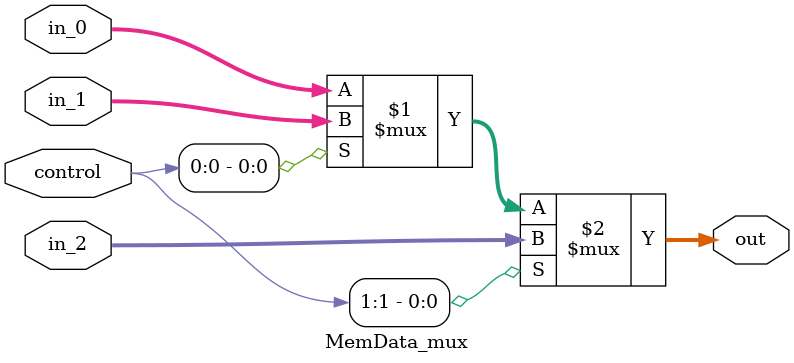
<source format=v>
module MemData_mux (
    input wire [1:0] control,

    input wire [31:0] in_0, // RegB (rt) - 00
    input wire [31:0] in_1, // Half - 01
    input wire [31:0] in_2, // Byte - 10

    output wire [31:0] out
);
    assign out = (control[1] ? in_2 : (control[0] ? in_1 : in_0));
endmodule

</source>
